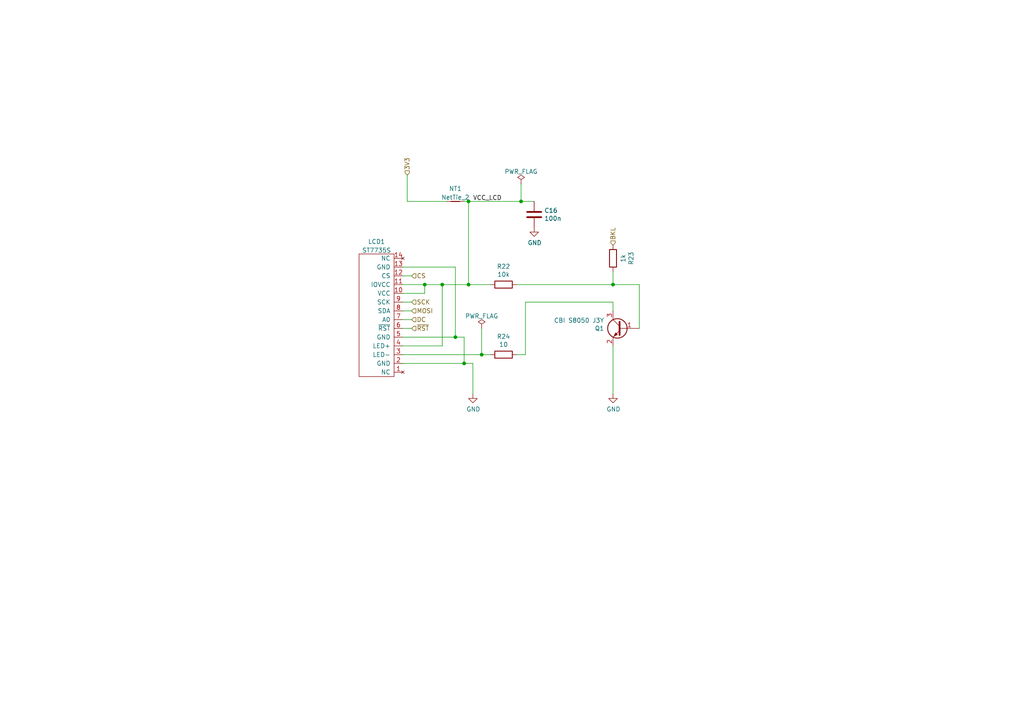
<source format=kicad_sch>
(kicad_sch (version 20230121) (generator eeschema)
  (paper "A4")
  (title_block (title "BCD-0o27 - Display") (date "2021-10-07") (rev "2") (company "BalcCon"))
  (lib_symbols
    (symbol "Device:C" (pin_numbers hide) (pin_names (offset 0.254))
      (property "Reference" "C" (at 0.635 2.54 0))
      (property "Value" "C" (at 0.635 -2.54 0))
      (symbol "C_0_1"
        (polyline (pts (xy -2.032 -0.762) (xy 2.032 -0.762)) (stroke (width 0.508)))
        (polyline (pts (xy -2.032 0.762) (xy 2.032 0.762)) (stroke (width 0.508)))
      )
      (symbol "C_1_1"
        (pin passive line (at 0 3.81 270) (length 2.794) (name "~") (number "1"))
        (pin passive line (at 0 -3.81 90) (length 2.794) (name "~") (number "2"))
      )
    )
    (symbol "Device:NetTie_2" (pin_numbers hide) (pin_names (offset 0) hide) (in_bom no)
      (property "Reference" "NT" (at 0 1.27 0))
      (property "Value" "NetTie_2" (at 0 -1.27 0))
      (symbol "NetTie_2_0_1"
        (polyline (pts (xy -1.27 0) (xy 1.27 0)) (stroke (width 0.254)))
      )
      (symbol "NetTie_2_1_1"
        (pin passive line (at -2.54 0 0) (length 2.54) (name "1") (number "1"))
        (pin passive line (at 2.54 0 180) (length 2.54) (name "2") (number "2"))
      )
    )
    (symbol "Device:Q_NPN_BEC" (pin_names (offset 0) hide)
      (property "Reference" "Q" (at 5.08 1.27 0))
      (property "Value" "Q_NPN_BEC" (at 5.08 -1.27 0))
      (symbol "Q_NPN_BEC_0_1"
        (polyline (pts (xy 0.635 0.635) (xy 2.54 2.54)))
        (polyline (pts (xy 0.635 -0.635) (xy 2.54 -2.54) (xy 2.54 -2.54)))
        (polyline (pts (xy 0.635 1.905) (xy 0.635 -1.905) (xy 0.635 -1.905)) (stroke (width 0.508)))
        (polyline (pts (xy 1.27 -1.778) (xy 1.778 -1.27) (xy 2.286 -2.286) (xy 1.27 -1.778) (xy 1.27 -1.778)) (fill (type outline)))
        (circle (center 1.27 0) (radius 2.8194) (stroke (width 0.254)))
      )
      (symbol "Q_NPN_BEC_1_1"
        (pin input line (at -5.08 0 0) (length 5.715) (name "B") (number "1"))
        (pin passive line (at 2.54 -5.08 90) (length 2.54) (name "E") (number "2"))
        (pin passive line (at 2.54 5.08 270) (length 2.54) (name "C") (number "3"))
      )
    )
    (symbol "Device:R" (pin_numbers hide) (pin_names (offset 0))
      (property "Reference" "R" (at 2.032 0 90))
      (property "Value" "R" (at 0 0 90))
      (symbol "R_0_1"
        (rectangle (start -1.016 -2.54) (end 1.016 2.54) (stroke (width 0.254)))
      )
      (symbol "R_1_1"
        (pin passive line (at 0 3.81 270) (length 1.27) (name "~") (number "1"))
        (pin passive line (at 0 -3.81 90) (length 1.27) (name "~") (number "2"))
      )
    )
    (symbol "power:GND" (power) (pin_names (offset 0))
      (property "Value" "GND" (at 0 -3.81 0))
      (symbol "GND_0_1"
        (polyline (pts (xy 0 0) (xy 0 -1.27) (xy 1.27 -1.27) (xy 0 -2.54) (xy -1.27 -1.27) (xy 0 -1.27)))
      )
      (symbol "GND_1_1"
        (pin power_in line (at 0 0 270) (length 0) hide (name "GND") (number "1"))
      )
    )
    (symbol "power:PWR_FLAG" (power) (pin_numbers hide) (pin_names (offset 0) hide)
      (property "Value" "PWR_FLAG" (at 0 3.81 0))
      (symbol "PWR_FLAG_0_0"
        (pin power_out line (at 0 0 90) (length 0) (name "pwr") (number "1"))
      )
      (symbol "PWR_FLAG_0_1"
        (polyline (pts (xy 0 0) (xy 0 1.27) (xy -1.016 1.905) (xy 0 2.54) (xy 1.016 1.905) (xy 0 1.27)))
      )
    )
    (symbol "st7735s:ST7735S" (pin_names (offset 1.016))
      (property "Reference" "LCD" (at 0 21.59 0))
      (property "Value" "ST7735S" (at 0 19.05 0))
      (symbol "ST7735S_0_1"
        (rectangle (start -5.08 17.78) (end 5.08 -17.78))
      )
      (symbol "ST7735S_1_1"
        (pin no_connect line (at -7.62 16.51 0) (length 2.54) (name "NC") (number "1"))
        (pin power_in line (at -7.62 -6.35 0) (length 2.54) (name "VCC") (number "10"))
        (pin power_in line (at -7.62 -8.89 0) (length 2.54) (name "IOVCC") (number "11"))
        (pin input line (at -7.62 -11.43 0) (length 2.54) (name "CS") (number "12"))
        (pin power_in line (at -7.62 -13.97 0) (length 2.54) (name "GND") (number "13"))
        (pin no_connect line (at -7.62 -16.51 0) (length 2.54) (name "NC") (number "14"))
        (pin power_in line (at -7.62 13.97 0) (length 2.54) (name "GND") (number "2"))
        (pin power_in line (at -7.62 11.43 0) (length 2.54) (name "LED-") (number "3"))
        (pin power_in line (at -7.62 8.89 0) (length 2.54) (name "LED+") (number "4"))
        (pin power_in line (at -7.62 6.35 0) (length 2.54) (name "GND") (number "5"))
        (pin input line (at -7.62 3.81 0) (length 2.54) (name "~{RST}") (number "6"))
        (pin input line (at -7.62 1.27 0) (length 2.54) (name "A0") (number "7"))
        (pin input line (at -7.62 -1.27 0) (length 2.54) (name "SDA") (number "8"))
        (pin input line (at -7.62 -3.81 0) (length 2.54) (name "SCK") (number "9"))
      )
    )
  )
  (junction (at 134.62 105.41))
  (junction (at 151.13 58.42))
  (junction (at 132.08 97.79))
  (junction (at 135.89 82.55))
  (junction (at 139.7 102.87))
  (junction (at 177.8 82.55))
  (junction (at 123.19 82.55))
  (junction (at 135.89 58.42))
  (junction (at 128.27 82.55))
  (wire (pts (xy 116.84 97.79) (xy 132.08 97.79)))
  (wire (pts (xy 128.27 82.55) (xy 135.89 82.55)))
  (wire (pts (xy 118.11 50.8) (xy 118.11 58.42)))
  (wire (pts (xy 139.7 102.87) (xy 142.24 102.87)))
  (wire (pts (xy 134.62 97.79) (xy 134.62 105.41)))
  (wire (pts (xy 116.84 95.25) (xy 119.38 95.25)))
  (wire (pts (xy 132.08 97.79) (xy 134.62 97.79)))
  (wire (pts (xy 177.8 90.17) (xy 177.8 87.63)))
  (wire (pts (xy 151.13 58.42) (xy 154.94 58.42)))
  (wire (pts (xy 116.84 100.33) (xy 128.27 100.33)))
  (wire (pts (xy 116.84 102.87) (xy 139.7 102.87)))
  (wire (pts (xy 135.89 82.55) (xy 142.24 82.55)))
  (wire (pts (xy 116.84 77.47) (xy 132.08 77.47)))
  (wire (pts (xy 149.86 82.55) (xy 177.8 82.55)))
  (wire (pts (xy 116.84 85.09) (xy 123.19 85.09)))
  (wire (pts (xy 134.62 105.41) (xy 137.16 105.41)))
  (wire (pts (xy 116.84 92.71) (xy 119.38 92.71)))
  (wire (pts (xy 137.16 105.41) (xy 137.16 114.3)))
  (wire (pts (xy 123.19 82.55) (xy 116.84 82.55)))
  (wire (pts (xy 152.4 87.63) (xy 152.4 102.87)))
  (wire (pts (xy 132.08 77.47) (xy 132.08 97.79)))
  (wire (pts (xy 152.4 102.87) (xy 149.86 102.87)))
  (wire (pts (xy 185.42 82.55) (xy 185.42 95.25)))
  (wire (pts (xy 177.8 78.74) (xy 177.8 82.55)))
  (wire (pts (xy 128.27 100.33) (xy 128.27 82.55)))
  (wire (pts (xy 123.19 85.09) (xy 123.19 82.55)))
  (wire (pts (xy 151.13 53.34) (xy 151.13 58.42)))
  (wire (pts (xy 135.89 58.42) (xy 135.89 82.55)))
  (wire (pts (xy 177.8 87.63) (xy 152.4 87.63)))
  (wire (pts (xy 139.7 95.25) (xy 139.7 102.87)))
  (wire (pts (xy 177.8 82.55) (xy 185.42 82.55)))
  (wire (pts (xy 123.19 82.55) (xy 128.27 82.55)))
  (wire (pts (xy 118.11 58.42) (xy 129.54 58.42)))
  (wire (pts (xy 116.84 90.17) (xy 119.38 90.17)))
  (wire (pts (xy 116.84 87.63) (xy 119.38 87.63)))
  (wire (pts (xy 135.89 58.42) (xy 151.13 58.42)))
  (wire (pts (xy 116.84 105.41) (xy 134.62 105.41)))
  (wire (pts (xy 116.84 80.01) (xy 119.38 80.01)))
  (wire (pts (xy 177.8 100.33) (xy 177.8 114.3)))
  (wire (pts (xy 134.62 58.42) (xy 135.89 58.42)))
  (label "VCC_LCD" (at 137.16 58.42 0))
  (hierarchical_label "SCK" (shape input) (at 119.38 87.63 0))
  (hierarchical_label "DC" (shape input) (at 119.38 92.71 0))
  (hierarchical_label "CS" (shape input) (at 119.38 80.01 0))
  (hierarchical_label "~{RST}" (shape input) (at 119.38 95.25 0))
  (hierarchical_label "BKL" (shape input) (at 177.8 71.12 90))
  (hierarchical_label "MOSI" (shape input) (at 119.38 90.17 0))
  (hierarchical_label "3V3" (shape input) (at 118.11 50.8 90))
  (symbol (lib_id "power:GND") (at 137.16 114.3 0) (unit 1)
    (property "Reference" "#PWR017" (effects hide))
    (property "Value" "GND" (at 137.287 118.6942 0))
  )
  (symbol (lib_id "Device:C") (at 154.94 62.23 0) (unit 1)
    (property "Reference" "C16" (at 157.861 61.0616 0) (effects (justify left)))
    (property "Value" "100n" (at 157.861 63.373 0) (effects (justify left)))
    (property "Footprint" "Capacitor_SMD:C_0603_1608Metric" (effects hide))
    (property "LCSC" "C14663" (effects hide))
    (property "AltPart" "C148241" (effects hide))
  )
  (symbol (lib_id "power:GND") (at 154.94 66.04 0) (unit 1)
    (property "Reference" "#PWR016" (effects hide))
    (property "Value" "GND" (at 155.067 70.4342 0))
  )
  (symbol (lib_id "Device:Q_NPN_BEC") (at 180.34 95.25 0) (mirror y) (unit 1)
    (property "Reference" "Q1" (at 175.26 95.25 0) (effects (justify left)))
    (property "Value" "CBI S8050 J3Y" (at 175.26 92.9386 0) (effects (justify left)))
    (property "Footprint" "Package_TO_SOT_SMD:SOT-23" (effects hide))
    (property "LCSC" "C2146" (effects hide))
    (property "AltPart" "C2828466" (effects hide))
  )
  (symbol (lib_id "Device:R") (at 146.05 82.55 270) (unit 1)
    (property "Reference" "R22" (at 146.05 77.2922 90))
    (property "Value" "10k" (at 146.05 79.6036 90))
    (property "Footprint" "Resistor_SMD:R_0805_2012Metric" (effects hide))
    (property "LCSC" "C17414" (effects hide))
    (property "AltPart" "C844937" (effects hide))
  )
  (symbol (lib_id "Device:R") (at 146.05 102.87 270) (unit 1)
    (property "Reference" "R24" (at 146.05 97.6122 90))
    (property "Value" "10" (at 146.05 99.9236 90))
    (property "Footprint" "Resistor_SMD:R_0805_2012Metric" (effects hide))
    (property "LCSC" "C17415" (effects hide))
    (property "AltPart" "C2907220" (effects hide))
  )
  (symbol (lib_id "Device:R") (at 177.8 74.93 180) (unit 1)
    (property "Reference" "R23" (at 183.0578 74.93 90))
    (property "Value" "1k" (at 180.7464 74.93 90))
    (property "Footprint" "Resistor_SMD:R_0603_1608Metric" (effects hide))
    (property "LCSC" "C21190" (effects hide))
    (property "AltPart" "C115316" (effects hide))
  )
  (symbol (lib_id "st7735s:ST7735S") (at 109.22 91.44 180) (unit 1)
    (property "Reference" "LCD1" (at 109.22 70.0872 0))
    (property "Value" "ST7735S" (at 109.22 72.6241 0))
    (property "Footprint" "LCDDisplay:ST7735S-1.8-Inch-128x160px-tft" (effects hide))
    (property "Datasheet" "http://aitendo3.sakura.ne.jp/aitendo_data/product_img/lcd/tft2/Z180SN009/LCM-Z180SN009V00.pdf" (effects hide))
  )
  (symbol (lib_id "power:PWR_FLAG") (at 151.13 53.34 0) (unit 1)
    (property "Reference" "#FLG0102" (effects hide))
    (property "Value" "PWR_FLAG" (at 151.13 49.7642 0))
  )
  (symbol (lib_id "power:GND") (at 177.8 114.3 0) (unit 1)
    (property "Reference" "#PWR037" (effects hide))
    (property "Value" "GND" (at 177.927 118.6942 0))
  )
  (symbol (lib_id "power:PWR_FLAG") (at 139.7 95.25 0) (unit 1)
    (property "Reference" "#FLG0101" (effects hide))
    (property "Value" "PWR_FLAG" (at 139.7 91.6742 0))
  )
  (symbol (lib_id "Device:NetTie_2") (at 132.08 58.42 0) (unit 1)
    (property "Reference" "NT1" (at 132.08 54.7202 0))
    (property "Value" "NetTie_2" (at 132.08 57.2571 0))
    (property "Footprint" "NetTie:NetTie-2_SMD_Pad0.5mm" (effects hide))
  )
)
</source>
